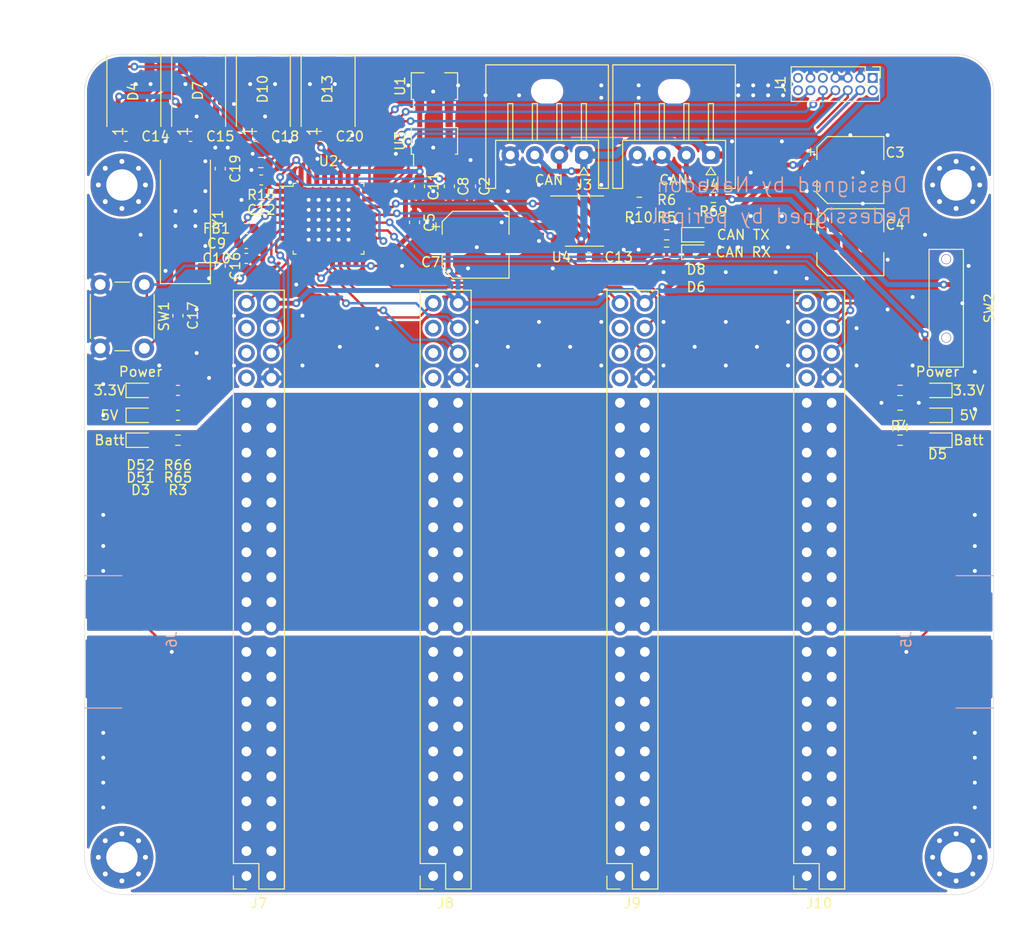
<source format=kicad_pcb>
(kicad_pcb (version 20211014) (generator pcbnew)
  (layers (0 "F.Cu" signal) (31 "B.Cu" signal) (34 "B.Paste" user) (35 "F.Paste" user) (36 "B.SilkS" user "B.Silkscreen") (37 "F.SilkS" user "F.Silkscreen") (38 "B.Mask" user) (39 "F.Mask" user) (44 "Edge.Cuts" user))
  (net 0 "")
  (net 1 "GND")
  (net 2 "+5V")
  (net 3 "+3V3")
  (net 4 "XTAL2")
  (net 5 "RST")
  (net 6 "XTAL1")
  (net 7 "Net-(D1-Pad2)")
  (net 8 "Net-(D2-Pad2)")
  (net 9 "NeoPixel")
  (net 10 "Net-(D4-Pad2)")
  (net 11 "Net-(D10-Pad4)")
  (net 12 "Net-(D10-Pad2)")
  (net 13 "Net-(D13-Pad2)")
  (net 14 "+3.3VA")
  (net 15 "Net-(J1-Pad1)")
  (net 16 "Net-(J1-Pad2)")
  (net 17 "SWDIO")
  (net 18 "SWCLK")
  (net 19 "SWO")
  (net 20 "Net-(J1-Pad9)")
  (net 21 "TDI")
  (net 22 "TRST")
  (net 23 "Net-(J1-Pad13)")
  (net 24 "Net-(J1-Pad14)")
  (net 25 "CANH")
  (net 26 "CANL")
  (net 27 "CANRX")
  (net 28 "CANTX")
  (net 29 "CW_M1")
  (net 30 "CCW_M1")
  (net 31 "SD_M1")
  (net 32 "Net-(R10-Pad1)")
  (net 33 "CW_M2")
  (net 34 "CCW_M2")
  (net 35 "SD_M2")
  (net 36 "CW_M3")
  (net 37 "BOOT0")
  (net 38 "CCW_M3")
  (net 39 "SD_M3")
  (net 40 "CW_M4")
  (net 41 "CCW_M4")
  (net 42 "SD_M4")
  (net 43 "Net-(U2-Pad28)")
  (net 44 "Net-(U2-Pad29)")
  (net 45 "Net-(U2-Pad30)")
  (net 46 "Net-(U4-Pad5)")
  (net 47 "Net-(D51-Pad2)")
  (net 48 "Net-(D52-Pad2)")
  (net 49 "Net-(R69-Pad1)")
  (net 50 "Net-(SW2-Pad2)")
  (net 51 "Net-(SW2-Pad4)")
  (net 52 "GNDA")
  (net 53 "+BATT")
  (net 54 "Net-(J7-Pad45)")
  (net 55 "Net-(J7-Pad43)")
  (net 56 "Net-(J7-Pad41)")
  (net 57 "Net-(J8-Pad45)")
  (net 58 "Net-(J8-Pad43)")
  (net 59 "Net-(J8-Pad41)")
  (net 60 "Net-(J9-Pad45)")
  (net 61 "Net-(J9-Pad43)")
  (net 62 "Net-(J9-Pad41)")
  (net 63 "Net-(J10-Pad45)")
  (net 64 "Net-(J10-Pad43)")
  (net 65 "Net-(J10-Pad41)")
  (net 66 "Net-(D3-Pad2)")
  (net 67 "Net-(D5-Pad2)")
  (net 68 "Net-(D6-Pad1)")
  (net 69 "Net-(D8-Pad1)")
  (net 70 "Net-(H1-Pad1)")
  (net 71 "Net-(H2-Pad1)")
  (net 72 "Net-(H3-Pad1)")
  (net 73 "Net-(H4-Pad1)")
  (footprint "Capacitor_SMD:CP_Elec_6.3x5.2" (layer "F.Cu") (at 111.131 35.941)
    (fp_text reference "C3")
    (fp_text value "47u")
  )
  (footprint "Capacitor_SMD:CP_Elec_6.3x5.2" (layer "F.Cu") (at 111.131 43.307)
    (fp_text reference "C4")
    (fp_text value "47u")
  )
  (footprint "Capacitor_SMD:C_0603_1608Metric" (layer "F.Cu") (at 66.675 41.275 90)
    (fp_text reference "C5")
    (fp_text value "0.1u")
  )
  (footprint "Capacitor_SMD:CP_Elec_6.3x5.2" (layer "F.Cu") (at 72.904 43.561)
    (fp_text reference "C7")
    (fp_text value "47u")
  )
  (footprint "Capacitor_SMD:C_0603_1608Metric" (layer "F.Cu") (at 49.517 43.434)
    (fp_text reference "C9")
    (fp_text value "0.1u")
  )
  (footprint "Capacitor_SMD:C_0603_1608Metric" (layer "F.Cu") (at 49.517 44.958)
    (fp_text reference "C10")
    (fp_text value "0.1u")
  )
  (footprint "Capacitor_SMD:C_0603_1608Metric" (layer "F.Cu") (at 51.041 36.957 180)
    (fp_text reference "C12")
    (fp_text value "0.1u")
  )
  (footprint "Capacitor_SMD:C_0603_1608Metric" (layer "F.Cu") (at 37.224 32.512)
    (fp_text reference "C14")
    (fp_text value "0.1u")
  )
  (footprint "Capacitor_SMD:C_0603_1608Metric" (layer "F.Cu") (at 43.828 32.512)
    (fp_text reference "C15")
    (fp_text value "0.1u")
  )
  (footprint "Capacitor_SMD:C_0603_1608Metric" (layer "F.Cu") (at 46.863 45.733 -90)
    (fp_text reference "C16")
    (fp_text value "22p")
  )
  (footprint "Capacitor_SMD:C_0603_1608Metric" (layer "F.Cu") (at 42.545 50.8 90)
    (fp_text reference "C17")
    (fp_text value "0.1u")
  )
  (footprint "Capacitor_SMD:C_0603_1608Metric" (layer "F.Cu") (at 50.432 32.512)
    (fp_text reference "C18")
    (fp_text value "0.1u")
  )
  (footprint "Capacitor_SMD:C_0603_1608Metric" (layer "F.Cu") (at 46.863 35.801 90)
    (fp_text reference "C19")
    (fp_text value "22p")
  )
  (footprint "Capacitor_SMD:C_0603_1608Metric" (layer "F.Cu") (at 57.036 32.512)
    (fp_text reference "C20")
    (fp_text value "0.1u")
  )
  (footprint "LED_SMD:LED_0603_1608Metric" (layer "F.Cu") (at 120.015 60.96 180)
    (fp_text reference "D1" hide)
    (fp_text value "LED")
  )
  (footprint "LED_SMD:LED_0603_1608Metric" (layer "F.Cu") (at 120.015 58.42 180)
    (fp_text reference "D2" hide)
    (fp_text value "LED")
  )
  (footprint "LED_SMD:LED_WS2812B_PLCC4_5.0x5.0mm_P3.2mm" (layer "F.Cu") (at 38.049 27.85 90)
    (fp_text reference "D4")
    (fp_text value "WS2812B")
  )
  (footprint "LED_SMD:LED_0603_1608Metric" (layer "F.Cu") (at 95.4025 44.323)
    (fp_text reference "D6")
    (fp_text value "LED")
  )
  (footprint "LED_SMD:LED_WS2812B_PLCC4_5.0x5.0mm_P3.2mm" (layer "F.Cu") (at 44.653 27.85 90)
    (fp_text reference "D7")
    (fp_text value "WS2812B")
  )
  (footprint "LED_SMD:LED_0603_1608Metric" (layer "F.Cu") (at 95.4025 42.545)
    (fp_text reference "D8")
    (fp_text value "LED")
  )
  (footprint "LED_SMD:LED_WS2812B_PLCC4_5.0x5.0mm_P3.2mm" (layer "F.Cu") (at 51.257 27.85 90)
    (fp_text reference "D10")
    (fp_text value "WS2812B")
  )
  (footprint "LED_SMD:LED_WS2812B_PLCC4_5.0x5.0mm_P3.2mm" (layer "F.Cu") (at 57.861 27.85 90)
    (fp_text reference "D13")
    (fp_text value "WS2812B")
  )
  (footprint "Inductor_SMD:L_0603_1608Metric" (layer "F.Cu") (at 49.5045 41.91)
    (fp_text reference "FB1")
    (fp_text value "600Ω")
  )
  (footprint "Connector_XA:S04B-XASK-1" (layer "F.Cu") (at 83.947 34.417 180)
    (fp_text reference "J3")
    (fp_text value "XA")
  )
  (footprint "Connector_XA:S04B-XASK-1" (layer "F.Cu") (at 96.901 34.417 180)
    (fp_text reference "J4")
    (fp_text value "XA")
  )
  (footprint "Resistor_SMD:R_0603_1608Metric" (layer "F.Cu") (at 116.205 60.96)
    (fp_text reference "R1" hide)
    (fp_text value "10k")
  )
  (footprint "Resistor_SMD:R_0603_1608Metric" (layer "F.Cu") (at 116.205 58.42)
    (fp_text reference "R2" hide)
    (fp_text value "10k")
  )
  (footprint "Resistor_SMD:R_0603_1608Metric" (layer "F.Cu") (at 92.392 44.323)
    (fp_text reference "R5")
    (fp_text value "10k")
  )
  (footprint "Resistor_SMD:R_0603_1608Metric" (layer "F.Cu") (at 92.392 42.545)
    (fp_text reference "R6")
    (fp_text value "10k")
  )
  (footprint "Resistor_SMD:R_0603_1608Metric" (layer "F.Cu") (at 89.598 39.243)
    (fp_text reference "R10")
    (fp_text value "1k")
  )
  (footprint "Resistor_SMD:R_0603_1608Metric" (layer "F.Cu") (at 50.991 35.179 180)
    (fp_text reference "R15")
    (fp_text value "10k")
  )
  (footprint "Button_Switch_THT:SW_PUSH_6mm_H4.3mm" (layer "F.Cu") (at 39.116 47.625 -90)
    (fp_text reference "SW1")
    (fp_text value "RSEST")
  )
  (footprint "Package_QFP:LQFP-32_7x7mm_P0.8mm" (layer "F.Cu") (at 57.906 40.91)
    (fp_text reference "U2")
    (fp_text value "STM32F303K8Tx")
  )
  (footprint "Crystal:Crystal_SMD_HC49-SD" (layer "F.Cu") (at 43.307 40.826 90)
    (fp_text reference "Y1")
    (fp_text value "16MHz")
  )
  (footprint "Connector_PinHeader_1.27mm:PinHeader_2x07_P1.27mm_Vertical" (layer "F.Cu") (at 113.411 26.543 -90)
    (fp_text reference "J1")
    (fp_text value "Conn_02x07_Odd_Even")
  )
  (footprint "Capacitor_SMD:C_0603_1608Metric" (layer "F.Cu") (at 84.455 44.831)
    (fp_text reference "C13")
    (fp_text value "0.1u")
  )
  (footprint "MountingHole:MountingHole_3.2mm_M3_Pad_Via" (layer "F.Cu") (at 36.83 37.465)
    (fp_text reference "H3")
    (fp_text value "MountingHole_Pad")
  )
  (footprint "MountingHole:MountingHole_3.2mm_M3_Pad_Via" (layer "F.Cu") (at 121.92 37.465)
    (fp_text reference "H4")
    (fp_text value "MountingHole_Pad")
  )
  (footprint "Package_SO:SOIC-8_3.9x4.9mm_P1.27mm" (layer "F.Cu") (at 84.012 41.148)
    (fp_text reference "U4")
    (fp_text value "MCP2551-I-SN")
  )
  (footprint "Package_TO_SOT_SMD:SOT-89-3" (layer "F.Cu") (at 68.707 27.686 90)
    (fp_text reference "U1")
    (fp_text value "NJM78L33SU3")
  )
  (footprint "Capacitor_SMD:C_0603_1608Metric" (layer "F.Cu") (at 70.231 37.605 -90)
    (fp_text reference "C8")
    (fp_text value "0.1u")
  )
  (footprint "Capacitor_SMD:C_0603_1608Metric" (layer "F.Cu") (at 67.183 37.605 -90)
    (fp_text reference "C11")
    (fp_text value "0.1u")
  )
  (footprint "Package_TO_SOT_SMD:SOT-89-3" (layer "F.Cu") (at 68.707 33.274 90)
    (fp_text reference "U3")
    (fp_text value "NJM78L33SU3")
  )
  (footprint "LED_SMD:LED_0603_1608Metric" (layer "F.Cu") (at 38.735 60.96)
    (fp_text reference "D51")
    (fp_text value "LED")
  )
  (footprint "LED_SMD:LED_0603_1608Metric" (layer "F.Cu") (at 38.735 58.42)
    (fp_text reference "D52")
    (fp_text value "LED")
  )
  (footprint "Resistor_SMD:R_0603_1608Metric" (layer "F.Cu") (at 42.545 60.96 180)
    (fp_text reference "R65")
    (fp_text value "10k")
  )
  (footprint "Resistor_SMD:R_0603_1608Metric" (layer "F.Cu") (at 42.545 58.42 180)
    (fp_text reference "R66")
    (fp_text value "10k")
  )
  (footprint "Resistor_SMD:R_0603_1608Metric" (layer "F.Cu") (at 97.155 38.735 180)
    (fp_text reference "R69")
    (fp_text value "120")
  )
  (footprint "Robot Club:CL-SB-13A-01" (layer "F.Cu") (at 120.907 50.038 90)
    (fp_text reference "SW2")
    (fp_text value "SW_DP3T")
  )
  (footprint "MountingHole:MountingHole_3.2mm_M3_Pad_Via" (layer "F.Cu") (at 36.83 106.045)
    (fp_text reference "H1")
    (fp_text value "MountingHole_Pad")
  )
  (footprint "MountingHole:MountingHole_3.2mm_M3_Pad_Via" (layer "F.Cu") (at 121.92 106.045)
    (fp_text reference "H2")
    (fp_text value "MountingHole_Pad")
  )
  (footprint "Connector_PinSocket_2.54mm:PinSocket_2x24_P2.54mm_Vertical" (layer "F.Cu") (at 49.53 107.95 180)
    (fp_text reference "J7")
    (fp_text value "Conn_02x24_Odd_Even")
  )
  (footprint "Connector_PinSocket_2.54mm:PinSocket_2x24_P2.54mm_Vertical" (layer "F.Cu") (at 68.58 107.95 180)
    (fp_text reference "J8")
    (fp_text value "Conn_02x24_Odd_Even")
  )
  (footprint "Connector_PinSocket_2.54mm:PinSocket_2x24_P2.54mm_Vertical" (layer "F.Cu") (at 87.63 107.95 180)
    (fp_text reference "J9")
    (fp_text value "Conn_02x24_Odd_Even")
  )
  (footprint "Connector_PinSocket_2.54mm:PinSocket_2x24_P2.54mm_Vertical" (layer "F.Cu") (at 106.68 107.95 180)
    (fp_text reference "J10")
    (fp_text value "Conn_02x24_Odd_Even")
  )
  (footprint "LED_SMD:LED_0603_1608Metric" (layer "F.Cu") (at 38.735 63.5)
    (fp_text reference "D3")
    (fp_text value "LED")
  )
  (footprint "LED_SMD:LED_0603_1608Metric" (layer "F.Cu") (at 120.015 63.5 180)
    (fp_text reference "D5")
    (fp_text value "LED")
  )
  (footprint "Resistor_SMD:R_0603_1608Metric" (layer "F.Cu") (at 42.545 63.5 180)
    (fp_text reference "R3")
    (fp_text value "10k")
  )
  (footprint "Resistor_SMD:R_0603_1608Metric" (layer "F.Cu") (at 116.205 63.5)
    (fp_text reference "R4")
    (fp_text value "10k")
  )
  (footprint "Capacitor_SMD:C_0603_1608Metric" (layer "F.Cu") (at 72.39 37.605 -90)
    (fp_text reference "C2")
    (fp_text value "0.1u")
  )
  (footprint "RobotClub_footprint:T_connecter_male_horizontal" (layer "B.Cu") (at 121.92 83.82)
    (fp_text reference "J5")
    (fp_text value "Conn_01x02_Male")
  )
  (footprint "RobotClub_footprint:T_connecter_female_horizontal" (layer "B.Cu") (at 36.83 83.82 180)
    (fp_text reference "J6")
    (fp_text value "Conn_01x02_Female")
  )
  (gr_line (start 125.73 106.045) (end 125.73 27.94) (layer "Edge.Cuts") (width 0.05))
  (gr_arc (start 125.73 106.045) (mid 124.614077 108.739077) (end 121.92 109.855) (layer "Edge.Cuts") (width 0.05))
  (gr_arc (start 33.02 27.94) (mid 34.135923 25.245923) (end 36.83 24.13) (layer "Edge.Cuts") (width 0.05))
  (gr_line (start 33.02 27.94) (end 33.02 106.045) (layer "Edge.Cuts") (width 0.05))
  (gr_line (start 121.92 24.13) (end 36.83 24.13) (layer "Edge.Cuts") (width 0.05))
  (gr_line (start 36.83 109.855) (end 121.92 109.855) (layer "Edge.Cuts") (width 0.05))
  (gr_arc (start 36.83 109.855) (mid 34.135923 108.739077) (end 33.02 106.045) (layer "Edge.Cuts") (width 0.05))
  (gr_arc (start 121.92 24.13) (mid 124.614077 25.245923) (end 125.73 27.94) (layer "Edge.Cuts") (width 0.05))
  (gr_text "Redessigned by paripal" (at 104.14 40.64) (layer "B.SilkS") (effects (font (size 1.5 1.5)) (justify mirror)))
  (gr_text "Dessigned by Nakadon" (at 104.14 37.465) (layer "B.SilkS") (effects (font (size 1.5 1.5)) (justify mirror)))
  (gr_text "Batt" (at 35.56 63.5) (layer "F.SilkS") (effects (font (size 1 1))))
  (gr_text "3.3V" (at 35.56 58.42) (layer "F.SilkS") (effects (font (size 1 1))))
  (gr_text "5V" (at 35.56 60.96) (layer "F.SilkS") (effects (font (size 1 1))))
  (gr_text "Power" (at 38.735 56.515) (layer "F.SilkS") (effects (font (size 1 1))))
  (gr_text "Power" (at 120.015 56.515) (layer "F.SilkS") (effects (font (size 1 1))))
  (gr_text "CAN TX" (at 100.203 42.545) (layer "F.SilkS") (effects (font (size 1 1))))
  (gr_text "CAN" (at 93.091 36.957) (layer "F.SilkS") (effects (font (size 1 1))))
  (gr_text "CAN" (at 80.391 36.957) (layer "F.SilkS") (effects (font (size 1 1))))
  (gr_text "CAN RX" (at 100.203 44.323) (layer "F.SilkS") (effects (font (size 1 1))))
  (gr_text "Batt" (at 123.19 63.5) (layer "F.SilkS") (effects (font (size 1 1))))
  (gr_text "3.3V" (at 123.19 58.42) (layer "F.SilkS") (effects (font (size 1 1))))
  (gr_text "5V" (at 123.19 60.96) (layer "F.SilkS") (effects (font (size 1 1))))
  (via (at 73.025 55.88) (size 0.8) (drill 0.4) (layers "F.Cu" "B.Cu") (net 1))
  (via (at 57.912 38.989) (size 0.8) (drill 0.4) (layers "F.Cu" "B.Cu") (net 1))
  (via (at 58.928 40.005) (size 0.8) (drill 0.4) (layers "F.Cu" "B.Cu") (net 1))
  (via (at 106.68 46.99) (size 0.8) (drill 0.4) (layers "F.Cu" "B.Cu") (net 1))
  (via (at 58.928 43.053) (size 0.8) (drill 0.4) (layers "F.Cu" "B.Cu") (net 1))
  (via (at 45.339 38.1) (size 0.8) (drill 0.4) (layers "F.Cu" "B.Cu") (net 1))
  (via (at 58.928 42.037) (size 0.8) (drill 0.4) (layers "F.Cu" "B.Cu") (net 1))
  (via (at 122.555 49.53) (size 0.8) (drill 0.4) (layers "F.Cu" "B.Cu") (net 1))
  (via (at 77.343 28.321) (size 0.8) (drill 0.4) (layers "F.Cu" "B.Cu") (net 1))
  (via (at 85.725 27.305) (size 0.8) (drill 0.4) (layers "F.Cu" "B.Cu") (net 1))
  (via (at 49.022 38.989) (size 0.8) (drill 0.4) (layers "F.Cu" "B.Cu") (net 1))
  (via (at 52.451 27.178) (size 0.8) (drill 0.4) (layers "F.Cu" "B.Cu") (net 1))
  (via (at 85.725 51.435) (size 0.8) (drill 0.4) (layers "F.Cu" "B.Cu") (net 1))
  (via (at 76.2 38.1) (size 0.8) (drill 0.4) (layers "F.Cu" "B.Cu") (net 1))
  (via (at 98.425 46.355) (size 0.8) (drill 0.4) (layers "F.Cu" "B.Cu") (net 1))
  (via (at 43.307 27.178) (size 0.8) (drill 0.4) (layers "F.Cu" "B.Cu") (net 1))
  (via (at 101.219 28.321) (size 0.8) (drill 0.4) (layers "F.Cu" "B.Cu") (net 1))
  (via (at 72.39 34.925) (size 0.8) (drill 0.4) (layers "F.Cu" "B.Cu") (net 1))
  (via (at 58.547 27.178) (size 0.8) (drill 0.4) (layers "F.Cu" "B.Cu") (net 1))
  (via (at 55.88 42.037) (size 0.8) (drill 0.4) (layers "F.Cu" "B.Cu") (net 1))
  (via (at 45.339 43.688) (size 0.8) (drill 0.4) (layers "F.Cu" "B.Cu") (net 1))
  (via (at 92.075 55.88) (size 0.8) (drill 0.4) (layers "F.Cu" "B.Cu") (net 1))
  (via (at 123.825 56.515) (size 0.8) (drill 0.4) (layers "F.Cu" "B.Cu") (net 1))
  (via (at 71.12 27.305) (size 0.8) (drill 0.4) (layers "F.Cu" "B.Cu") (net 1))
  (via (at 54.61 47.625) (size 0.8) (drill 0.4) (layers "F.Cu" "B.Cu") (net 1))
  (via (at 58.928 41.021) (size 0.8) (drill 0.4) (layers "F.Cu" "B.Cu") (net 1))
  (via (at 38.227 27.178) (size 0.8) (drill 0.4) (layers "F.Cu" "B.Cu") (net 1))
  (via (at 99.695 43.815) (size 0.8) (drill 0.4) (layers "F.Cu" "B.Cu") (net 1))
  (via (at 34.925 60.96) (size 0.8) (drill 0.4) (layers "F.Cu" "B.Cu") (net 1))
  (via (at 56.896 43.053) (size 0.8) (drill 0.4) (layers "F.Cu" "B.Cu") (net 1))
  (via (at 102.235 43.815) (size 0.8) (drill 0.4) (layers "F.Cu" "B.Cu") (net 1))
  (via (at 58.928 38.989) (size 0.8) (drill 0.4) (layers "F.Cu" "B.Cu") (net 1))
  (via (at 114.935 32.385) (size 0.8) (drill 0.4) (layers "F.Cu" "B.Cu") (net 1))
  (via (at 114.935 45.085) (size 0.8) (drill 0.4) (layers "F.Cu" "B.Cu") (net 1))
  (via (at 65.405 45.72) (size 0.8) (drill 0.4) (layers "F.Cu" "B.Cu") (net 1))
  (via (at 59.944 38.989) (size 0.8) (drill 0.4) (layers "F.Cu" "B.Cu") (net 1))
  (via (at 95.25 53.975) (size 0.8) (drill 0.4) (layers "F.Cu" "B.Cu") (net 1))
  (via (at 79.375 51.435) (size 0.8) (drill 0.4) (layers "F.Cu" "B.Cu") (net 1))
  (via (at 79.375 37.465) (size 0.8) (drill 0.4) (layers "F.Cu" "B.Cu") (net 1))
  (via (at 102.743 28.321) (size 0.8) (drill 0.4) (layers "F.Cu" "B.Cu") (net 1))
  (via (at 101.6 53.975) (size 0.8) (drill 0.4) (layers "F.Cu" "B.Cu") (net 1))
  (via (at 53.975 33.02) (size 0.8) (drill 0.4) (layers "F.Cu" "B.Cu") (net 1))
  (via (at 59.944 40.005) (size 0.8) (drill 0.4) (layers "F.Cu" "B.Cu") (net 1))
  (via (at 100.965 36.195) (size 0.8) (drill 0.4) (layers "F.Cu" "B.Cu") (net 1))
  (via (at 60.325 32.385) (size 0.8) (drill 0.4) (layers "F.Cu" "B.Cu") (net 1))
  (via (at 104.267 28.321) (size 0.8) (drill 0.4) (layers "F.Cu" "B.Cu") (net 1))
  (via (at 114.3 59.69) (size 0.8) (drill 0.4) (layers "F.Cu" "B.Cu") (net 1))
  (via (at 101.219 27.305) (size 0.8) (drill 0.4) (layers "F.Cu" "B.Cu") (net 1))
  (via (at 118.745 42.545) (size 0.8) (drill 0.4) (layers "F.Cu" "B.Cu") (net 1))
  (via (at 111.125 32.385) (size 0.8) (drill 0.4) (layers "F.Cu" "B.Cu") (net 1))
  (via (at 55.245 55.88) (size 0.8) (drill 0.4) (layers "F.Cu" "B.Cu") (net 1))
  (via (at 59.944 42.037) (size 0.8) (drill 0.4) (layers "F.Cu" "B.Cu") (net 1))
  (via (at 41.275 33.02) (size 0.8) (drill 0.4) (layers "F.Cu" "B.Cu") (net 1))
  (via (at 46.355 33.655) (size 0.8) (drill 0.4) (layers "F.Cu" "B.Cu") (net 1))
  (via (at 59.944 43.053) (size 0.8) (drill 0.4) (layers "F.Cu" "B.Cu") (net 1))
  (via (at 117.475 55.88) (size 0.8) (drill 0.4) (layers "F.Cu" "B.Cu") (net 1))
  (via (at 73.025 43.815) (size 0.8) (drill 0.4) (layers "F.Cu" "B.Cu") (net 1))
  (via (at 47.625 33.655) (size 0.8) (drill 0.4) (layers "F.Cu" "B.Cu") (net 1))
  (via (at 99.06 33.02) (size 0.8) (drill 0.4) (layers "F.Cu" "B.Cu") (net 1))
  (via (at 56.896 38.989) (size 0.8) (drill 0.4) (layers "F.Cu" "B.Cu") (net 1))
  (via (at 88.9 41.275) (size 0.8) (drill 0.4) (layers "F.Cu" "B.Cu") (net 1))
  (via (at 99.695 27.305) (size 0.8) (drill 0.4) (layers "F.Cu" "B.Cu") (net 1))
  (via (at 98.425 55.88) (size 0.8) (drill 0.4) (layers "F.Cu" "B.Cu") (net 1))
  (via (at 104.14 40.64) (size 0.8) (drill 0.4) (layers "F.Cu" "B.Cu") (net 1))
  (via (at 92.71 36.83) (size 0.8) (drill 0.4) (layers "F.Cu" "B.Cu") (net 1))
  (via (at 39.751 27.178) (size 0.8) (drill 0.4) (layers "F.Cu" "B.Cu") (net 1))
  (via (at 68.58 27.94) (size 0.8) (drill 0.4) (layers "F.Cu" "B.Cu") (net 1))
  (via (at 56.896 42.037) (size 0.8) (drill 0.4) (layers "F.Cu" "B.Cu") (net 1))
  (via (at 97.79 43.815) (size 0.8) (drill 0.4) (layers "F.Cu" "B.Cu") (net 1))
  (via (at 123.19 45.72) (size 0.8) (drill 0.4) (layers "F.Cu" "B.Cu") (net 1))
  (via (at 40.64 55.88) (size 0.8) (drill 0.4) (layers "F.Cu" "B.Cu") (net 1))
  (via (at 89.535 28.575) (size 0.8) (drill 0.4) (layers "F.Cu" "B.Cu") (net 1))
  (via (at 112.395 39.37) (size 0.8) (drill 0.4) (layers "F.Cu" "B.Cu") (net 1))
  (via (at 42.291 40.132) (size 0.8) (drill 0.4) (layers "F.Cu" "B.Cu") (net 1))
  (via (at 66.04 27.305) (size 0.8) (drill 0.4) (layers "F.Cu" "B.Cu") (net 1))
  (via (at 123.825 60.325) (size 0.8) (drill 0.4) (layers "F.Cu" "B.Cu") (net 1))
  (via (at 64.77 38.1) (size 0.8) (drill 0.4) (layers "F.Cu" "B.Cu") (net 1))
  (via (at 67.945 41.275) (size 0.8) (drill 0.4) (layers "F.Cu" "B.Cu") (net 1))
  (via (at 75.565 41.275) (size 0.8) (drill 0.4) (layers "F.Cu" "B.Cu") (net 1))
  (via (at 48.26 50.8) (size 0.8) (drill 0.4) (layers "F.Cu" "B.Cu") (net 1))
  (via (at 38.735 42.545) (size 0.8) (drill 0.4) (layers "F.Cu" "B.Cu") (net 1))
  (via (at 55.88 40.005) (size 0.8) (drill 0.4) (layers "F.Cu" "B.Cu") (net 1))
  (via (at 57.912 41.021) (size 0.8) (drill 0.4) (layers "F.Cu" "B.Cu") (net 1))
  (via (at 111.76 52.07) (size 0.8) (drill 0.4) (layers "F.Cu" "B.Cu") (net 1))
  (via (at 85.725 55.88) (size 0.8) (drill 0.4) (layers "F.Cu" "B.Cu") (net 1))
  (via (at 56.896 41.021) (size 0.8) (drill 0.4) (layers "F.Cu" "B.Cu") (net 1))
  (via (at 104.14 33.02) (size 0.8) (drill 0.4) (layers "F.Cu" "B.Cu") (net 1))
  (via (at 59.055 53.975) (size 0.8) (drill 0.4) (layers "F.Cu" "B.Cu") (net 1))
  (via (at 44.45 30.48) (size 0.8) (drill 0.4) (layers "F.Cu" "B.Cu") (net 1))
  (via (at 59.944 41.021) (size 0.8) (drill 0.4) (layers "F.Cu" "B.Cu") (net 1))
  (via (at 68.58 38.1) (size 0.8) (drill 0.4) (layers "F.Cu" "B.Cu") (net 1))
  (via (at 114.935 50.165) (size 0.8) (drill 0.4) (layers "F.Cu" "B.Cu") (net 1))
  (via (at 68.58 33.655) (size 0.8) (drill 0.4) (layers "F.Cu" "B.Cu") (net 1))
  (via (at 79.375 43.18) (size 0.8) (drill 0.4) (layers "F.Cu" "B.Cu") (net 1))
  (via (at 104.775 51.435) (size 0.8) (drill 0.4) (layers "F.Cu" "B.Cu") (net 1))
  (via (at 88.011 44.069) (size 0.8) (drill 0.4) (layers "F.Cu" "B.Cu") (net 1))
  (via (at 49.911 27.178) (size 0.8) (drill 0.4) (layers "F.Cu" "B.Cu") (net 1))
  (via (at 42.291 41.656) (size 0.8) (drill 0.4) (layers "F.Cu" "B.Cu") (net 1))
  (via (at 100.965 40.64) (size 0.8) (drill 0.4) (layers "F.Cu" "B.Cu") (net 1))
  (via (at 72.136 45.974) (size 0.8) (drill 0.4) (layers "F.Cu" "B.Cu") (net 1))
  (via (at 102.743 27.305) (size 0.8) (drill 0.4) (layers "F.Cu" "B.Cu") (net 1))
  (via (at 104.267 27.305) (size 0.8) (drill 0.4) (layers "F.Cu" "B.Cu") (net 1))
  (via (at 57.912 40.005) (size 0.8) (drill 0.4) (layers "F.Cu" "B.Cu") (net 1))
  (via (at 73.025 51.435) (size 0.8) (drill 0.4) (layers "F.Cu" "B.Cu") (net 1))
  (via (at 51.435 30.48) (size 0.8) (drill 0.4) (layers "F.Cu" "B.Cu") (net 1))
  (via (at 45.339 35.052) (size 0.8) (drill 0.4) (layers "F.Cu" "B.Cu") (net 1))
  (via (at 44.323 41.656) (size 0.8) (drill 0.4) (layers "F.Cu" "B.Cu") (net 1))
  (via (at 80.772 45.974) (size 0.8) (drill 0.4) (layers "F.Cu" "B.Cu") (net 1))
  (via (at 117.475 48.895) (size 0.8) (drill 0.4) (layers "F.Cu" "B.Cu") (net 1))
  (via (at 56.007 27.178) (size 0.8) (drill 0.4) (layers "F.Cu" "B.Cu") (net 1))
  (via (at 55.245 50.8) (size 0.8) (drill 0.4) (layers "F.Cu" "B.Cu") (net 1))
  (via (at 57.912 43.053) (size 0.8) (drill 0.4) (layers "F.Cu" "B.Cu") (net 1))
  (via (at 106.68 38.1) (size 0.8) (drill 0.4) (layers "F.Cu" "B.Cu") (net 1))
  (via (at 55.88 38.989) (size 0.8) (drill 0.4) (layers "F.Cu" "B.Cu") (net 1))
  (via (at 56.896 40.005) (size 0.8) (drill 0.4) (layers "F.Cu" "B.Cu") (net 1))
  (via (at 85.725 37.465) (size 0.8) (drill 0.4) (layers "F.Cu" "B.Cu") (net 1))
  (via (at 44.45 50.165) (size 0.8) (drill 0.4) (layers "F.Cu" "B.Cu") (net 1))
  (via (at 45.72 46.99) (size 0.8) (drill 0.4) (layers "F.Cu" "B.Cu") (net 1))
  (via (at 53.975 37.211) (size 0.8) (drill 0.4) (layers "F.Cu" "B.Cu") (net 1))
  (via (at 112.395 36.195) (size 0.8) (drill 0.4) (layers "F.Cu" "B.Cu") (net 1))
  (via (at 44.323 40.132) (size 0.8) (drill 0.4) (layers "F.Cu" "B.Cu") (net 1))
  (via (at 92.075 46.355) (size 0.8) (drill 0.4) (layers "F.Cu" "B.Cu") (net 1))
  (via (at 82.55 53.975) (size 0.8) (drill 0.4) (layers "F.Cu" "B.Cu") (net 1))
  (via (at 55.88 41.021) (size 0.8) (drill 0.4) (layers "F.Cu" "B.Cu") (net 1))
  (via (at 92.075 51.435) (size 0.8) (drill 0.4) (layers "F.Cu" "B.Cu") (net 1))
  (via (at 34.925 57.785) (size 0.8) (drill 0.4) (layers "F.Cu" "B.Cu") (net 1))
  (via (at 89.535 44.069) (size 0.8) (drill 0.4) (layers "F.Cu" "B.Cu") (net 1))
  (via (at 44.45 54.61) (size 0.8) (drill 0.4) (layers "F.Cu" "B.Cu") (net 1))
  (via (at 73.914 28.321) (size 0.8) (drill 0.4) (layers "F.Cu" "B.Cu") (net 1))
  (via (at 111.76 55.88) (size 0.8) (drill 0.4) (layers "F.Cu" "B.Cu") (net 1))
  (via (at 55.88 43.053) (size 0.8) (drill 0.4) (layers "F.Cu" "B.Cu") (net 1))
  (via (at 103.505 46.355) (size 0.8) (drill 0.4) (layers "F.Cu" "B.Cu") (net 1))
  (via (at 56.769 34.798) (size 0.8) (drill 0.4) (layers "F.Cu" "B.Cu") (net 1))
  (via (at 98.425 51.435) (size 0.8) (drill 0.4) (layers "F.Cu" "B.Cu") (net 1))
  (via (at 97.155 40.005) (size 0.8) (drill 0.4) (layers "F.Cu" "B.Cu") (net 1))
  (via (at 45.339 27.178) (size 0.8) (drill 0.4) (layers "F.Cu" "B.Cu") (net 1))
  (via (at 64.77 34.29) (size 0.8) (drill 0.4) (layers "F.Cu" "B.Cu") (net 1))
  (via (at 104.775 43.815) (size 0.8) (drill 0.4) (layers "F.Cu" "B.Cu") (net 1))
  (via (at 48.26 55.88) (size 0.8) (drill 0.4) (layers "F.Cu" "B.Cu") (net 1))
  (via (at 79.375 55.88) (size 0.8) (drill 0.4) (layers "F.Cu" "B.Cu") (net 1))
  (via (at 52.705 33.02) (size 0.8) (drill 0.4) (layers "F.Cu" "B.Cu") (net 1))
  (via (at 104.775 55.88) (size 0.8) (drill 0.4) (layers "F.Cu" "B.Cu") (net 1))
  (via (at 89.535 27.305) (size 0.8) (drill 0.4) (layers "F.Cu" "B.Cu") (net 1))
  (via (at 50.165 34.29) (size 0.8) (drill 0.4) (layers "F.Cu" "B.Cu") (net 1))
  (via (at 50.038 35.941) (size 0.8) (drill 0.4) (layers "F.Cu" "B.Cu") (net 1))
  (via (at 41.275 46.228) (size 0.8) (drill 0.4) (layers "F.Cu" "B.Cu") (net 1))
  (via (at 76.2 53.975) (size 0.8) (drill 0.4) (layers "F.Cu" "B.Cu") (net 1))
  (via (at 57.912 42.037) (size 0.8) (drill 0.4) (layers "F.Cu" "B.Cu") (net 1))
  (via (at 62.865 52.07) (size 0.8) (drill 0.4) (layers "F.Cu" "B.Cu") (net 1))
  (via (at 99.695 28.321) (size 0.8) (drill 0.4) (layers "F.Cu" "B.Cu") (net 1))
  (via (at 48.26 29.21) (size 0.8) (drill 0.4) (layers "F.Cu" "B.Cu") (net 1))
  (via (at 85.725 28.575) (size 0.8) (drill 0.4) (layers "F.Cu" "B.Cu") (net 1))
  (via (at 62.865 55.88) (size 0.8) (drill 0.4) (layers "F.Cu" "B.Cu") (net 1))
  (via (at 93.345 41.275) (size 0.8) (drill 0.4) (layers "F.Cu" "B.Cu") (net 1))
  (via (at 45.72 57.15) (size 0.8) (drill 0.4) (layers "F.Cu" "B.Cu") (net 1))
  (via (at 118.11 59.69) (size 0.8) (drill 0.4) (layers "F.Cu" "B.Cu") (net 1))
  (segment (start 46.99 57.3025) (end 46.99 48.895) (width 0.25) (layer "F.Cu") (net 2))
  (segment (start 116.10501 52.60501) (end 116.10501 60.23499) (width 0.25) (layer "F.Cu") (net 2))
  (segment (start 112.208354 47.184354) (end 112.208354 48.708354) (width 0.25) (layer "F.Cu") (net 2))
  (segment (start 72.39 36.83) (end 72.965 36.83) (width 0.75) (layer "F.Cu") (net 2))
  (segment (start 81.537 41.783) (end 82.512 41.783) (width 0.75) (layer "F.Cu") (net 2))
  (segment (start 77.827338 41.692338) (end 81.446338 41.692338) (width 0.75) (layer "F.Cu") (net 2))
  (segment (start 70.207 36.806) (end 70.231 36.83) (width 0.75) (layer "F.Cu") (net 2))
  (segment (start 70.231 36.83) (end 69.215 36.83) (width 0.25) (layer "F.Cu") (net 2))
  (segment (start 82.512 41.783) (end 83.68 42.951) (width 0.75) (layer "F.Cu") (net 2))
  (segment (start 83.68 44.831) (end 83.68 42.951) (width 0.75) (layer "F.Cu") (net 2))
  (segment (start 70.207 34.924) (end 70.207 36.806) (width 0.75) (layer "F.Cu") (net 2))
  (segment (start 52.967247 36.567753) (end 54.61 34.925) (width 0.25) (layer "F.Cu") (net 2))
  (segment (start 112.208354 48.708354) (end 116.10501 52.60501) (width 0.25) (layer "F.Cu") (net 2))
  (segment (start 115.824431 60.515569) (end 115.38 60.96) (width 0.25) (layer "F.Cu") (net 2))
  (segment (start 108.331 43.307) (end 112.208354 47.184354) (width 0.25) (layer "F.Cu") (net 2))
  (segment (start 106.807 34.417) (end 108.331 35.941) (width 0.75) (layer "F.Cu") (net 2))
  (segment (start 96.901 34.417) (end 106.807 34.417) (width 0.75) (layer "F.Cu") (net 2))
  (segment (start 43.3325 60.96) (end 46.99 57.3025) (width 0.25) (layer "F.Cu") (net 2))
  (segment (start 70.231 36.83) (end 72.39 36.83) (width 0.75) (layer "F.Cu") (net 2))
  (segment (start 46.99 48.895) (end 48.895 46.99) (width 0.25) (layer "F.Cu") (net 2))
  (segment (start 70.207 34.924) (end 70.207 29.336) (width 0.75) (layer "F.Cu") (net 2))
  (segment (start 81.446338 41.692338) (end 81.537 41.783) (width 0.75) (layer "F.Cu") (net 2))
  (segment (start 116.10501 60.23499) (end 115.824431 60.515569) (width 0.25) (layer "F.Cu") (net 2))
  (segment (start 72.965 36.83) (end 77.827338 41.692338) (width 0.75) (layer "F.Cu") (net 2))
  (segment (start 52.967247 36.663036) (end 52.967247 36.567753) (width 0.25) (layer "F.Cu") (net 2))
  (segment (start 108.331 43.307) (end 108.331 35.941) (width 0.75) (layer "F.Cu") (net 2))
  (via (at 48.895 46.99) (size 0.8) (drill 0.4) (layers "F.Cu" "B.Cu") (net 2))
  (via (at 83.68 42.951) (size 0.8) (drill 0.4) (layers "F.Cu" "B.Cu") (net 2))
  (via (at 69.215 36.83) (size 0.8) (drill 0.4) (layers "F.Cu" "B.Cu") (net 2))
  (via (at 52.967247 36.663036) (size 0.8) (drill 0.4) (layers "F.Cu" "B.Cu") (net 2))
  (via (at 54.61 34.925) (size 0.8) (drill 0.4) (layers "F.Cu" "B.Cu") (net 2))
  (segment (start 92.912035 32.941999) (end 88.697965 32.941999) (width 0.75) (layer "B.Cu") (net 2))
  (segment (start 95.425999 32.941999) (end 93.777965 32.941999) (width 0.75) (layer "B.Cu") (net 2))
  (segment (start 83.947 34.417) (end 83.947 42.684) (width 0.75) (layer "B.Cu") (net 2))
  (segment (start 96.901 34.417) (end 95.425999 32.941999) (width 0.75) (layer "B.Cu") (net 2))
  (segment (start 54.61 34.925) (end 56.515 36.83) (width 0.25) (layer "B.Cu") (net 2))
  (segment (start 93.777965 32.941999) (end 93.634954 33.08501) (width 0.75) (layer "B.Cu") (net 2))
  (segment (start 48.895 46.99) (end 52.967247 42.917753) (width 0.25) (layer "B.Cu") (net 2))
  (segment (start 84.947 34.417) (end 83.947 34.417) (width 0.75) (layer "B.Cu") (net 2))
  (segment (start 87.222964 34.417) (end 84.947 34.417) (width 0.75) (layer "B.Cu") (net 2))
  (segment (start 93.055046 33.08501) (end 92.912035 32.941999) (width 0.75) (layer "B.Cu") (net 2))
  (segment (start 93.634954 33.08501) (end 93.055046 33.08501) (width 0.75) (layer "B.Cu") (net 2))
  (segment (start 56.515 36.83) (end 69.215 36.83) (width 0.25) (layer "B.Cu") (net 2))
  (segment (start 83.947 42.684) (end 83.68 42.951) (width 0.75) (layer "B.Cu") (net 2))
  (segment (start 88.697965 32.941999) (end 87.222964 34.417) (width 0.75) (layer "B.Cu") (net 2))
  (segment (start 52.967247 42.917753) (end 52.967247 36.663036) (width 0.25) (layer "B.Cu") (net 2))
  (segment (start 43.053 30.3) (end 43.053 32.512) (width 0.5) (layer "F.Cu") (net 3))
  (segment (start 57.15 33.655) (end 57.15 33.401) (width 0.5) (layer "F.Cu") (net 3))
  (segment (start 64.69429 44.03071) (end 62.40171 44.03071) (width 0.5) (layer "F.Cu") (net 3))
  (segment (start 55.33599 31.58699) (end 50.58201 31.58699) (width 0.5) (layer "F.Cu") (net 3))
  (segment (start 50.58201 31.58699) (end 49.657 32.512) (width 0.5) (layer "F.Cu") (net 3))
  (segment (start 70.104 46.172127) (end 70.182544 46.250671) (width 0.5) (layer "F.Cu") (net 3))
  (segment (start 36.449 32.512) (end 36.16399 32.79701) (width 0.5) (layer "F.Cu") (net 3))
  (segment (start 67.207 34.924) (end 67.207 36.092) (width 0.5) (layer "F.Cu") (net 3))
  (segment (start 43.97801 31.58699) (end 43.053 32.512) (width 0.5) (layer "F.Cu") (net 3))
  (segment (start 65.74999 38.26301) (end 66.716306 37.296694) (width 0.5) (layer "F.Cu") (net 3))
  (segment (start 109.22 49.53) (end 111.76 49.53) (width 0.25) (layer "F.Cu") (net 3))
  (segment (start 43.053 30.3) (end 43.053 29.718) (width 0.5) (layer "F.Cu") (net 3))
  (segment (start 36.449 30.3) (end 36.449 28.548001) (width 0.5) (layer "F.Cu") (net 3))
  (segment (start 70.104 43.561) (end 70.104 46.172127) (width 0.5) (layer "F.Cu") (net 3))
  (segment (start 48.717 41.91) (end 48.734158 41.91) (width 0.25) (layer "F.Cu") (net 3))
  (segment (start 48.734158 41.91) (end 49.736577 40.907581) (width 0.25) (layer "F.Cu") (net 3))
  (segment (start 49.657 30.3) (end 49.657 32.512) (width 0.5) (layer "F.Cu") (net 3))
  (segment (start 66.675 42.05) (end 64.69429 44.03071) (width 0.5) (layer "F.Cu") (net 3))
  (segment (start 92.634153 47.878847) (end 92.502803 47.878847) (width 0.5) (layer "F.Cu") (net 3))
  (segment (start 49.98939 38.11) (end 48.895 37.01561) (width 0.5) (layer "F.Cu") (net 3))
  (segment (start 52.207 38.11) (end 52.06 38.11) (width 0.5) (layer "F.Cu") (net 3))
  (segment (start 97.166998 42.545) (end 104.278998 35.433) (width 0.5) (layer "F.Cu") (net 3))
  (segment (start 56.261 32.512) (end 55.33599 31.58699) (width 0.5) (layer "F.Cu") (net 3))
  (segment (start 48.742 44.958) (end 48.742 45.881834) (width 0.25) (layer "F.Cu") (net 3))
  (segment (start 36.449 30.3) (end 36.449 32.512) (width 0.5) (layer "F.Cu") (net 3))
  (segment (start 57.15 33.401) (end 56.261 32.512) (width 0.5) (layer "F.Cu") (net 3))
  (segment (start 46.404998 32.512) (end 45.479988 31.58699) (width 0.5) (layer "F.Cu") (net 3))
  (segment (start 115.38 53.15) (end 115.38 58.42) (width 0.25) (layer "F.Cu") (net 3))
  (segment (start 70.104 43.561) (end 68.186 43.561) (width 0.5) (layer "F.Cu") (net 3))
  (segment (start 51.816 36.957) (end 51.816 37.719) (width 0.5) (layer "F.Cu") (net 3))
  (segment (start 67.207 29.336) (end 67.207 34.924) (width 0.5) (layer "F.Cu") (net 3))
  (segment (start 46.355 55.3975) (end 43.3325 58.42) (width 0.25) (layer "F.Cu") (net 3))
  (segment (start 96.19 42.545) (end 97.166998 42.545) (width 0.5) (layer "F.Cu") (net 3))
  (segment (start 111.76 49.53) (end 115.38 53.15) (width 0.25) (layer "F.Cu") (net 3))
  (segment (start 43.053 29.718) (end 42.291 28.956) (width 0.5) (layer "F.Cu") (net 3))
  (segment (start 92.502803 47.878847) (end 91.937118 47.878847) (width 0.5) (layer "F.Cu") (net 3))
  (segment (start 48.742 45.881834) (end 46.355 48.268834) (width 0.25) (layer "F.Cu") (net 3))
  (segment (start 48.895 33.274) (end 49.657 32.512) (width 0.5) (layer "F.Cu") (net 3))
  (segment (start 62.40171 44.03071) (end 62.081 43.71) (width 0.5) (layer "F.Cu") (net 3))
  (segment (start 52.207 38.11) (end 51.816 37.719) (width 0.5) (layer "F.Cu") (net 3))
  (segment (start 65.74999 41.12499) (end 65.74999 38.26301) (width 0.5) (layer "F.Cu") (net 3))
  (segment (start 48.895 37.01561) (end 48.895 33.274) (width 0.5) (layer "F.Cu") (net 3))
  (segment (start 66.675 42.05) (end 65.74999 41.12499) (width 0.5) (layer "F.Cu") (net 3))
  (segment (start 54.61 49.53) (end 52.07 49.53) (width 0.5) (layer "F.Cu") (net 3))
  (segment (start 48.742 44.958) (end 48.742 41.935) (width 0.25) (layer "F.Cu") (net 3))
  (segment (start 96.19 42.545) (end 96.19 44.323) (width 0.5) (layer "F.Cu") (net 3))
  (segment (start 68.186 43.561) (end 66.675 42.05) (width 0.5) (layer "F.Cu") (net 3))
  (segment (start 52.06 38.11) (end 49.98939 38.11) (width 0.5) (layer "F.Cu") (net 3))
  (segment (start 66.716306 37.296694) (end 67.183 36.83) (width 0.5) (layer "F.Cu") (net 3))
  (segment (start 67.207 36.092) (end 67.207 36.806) (width 0.5) (layer "F.Cu") (net 3))
  (segment (start 96.19 44.323) (end 92.634153 47.878847) (width 0.5) (layer "F.Cu") (net 3))
  (segment (start 46.355 48.268834) (end 46.355 55.3975) (width 0.25) (layer "F.Cu") (net 3))
  (segment (start 36.449 28.548001) (end 36.549001 28.448) (width 0.5) (layer "F.Cu") (net 3))
  (segment (start 67.207 36.806) (end 67.183 36.83) (width 0.5) (layer "F.Cu") (net 3))
  (segment (start 56.261 30.3) (end 56.261 32.512) (width 0.5) (layer "F.Cu") (net 3))
  (segment (start 49.657 32.512) (end 46.404998 32.512) (width 0.5) (layer "F.Cu") (net 3))
  (segment (start 104.278998 35.433) (end 105.283 35.433) (width 0.5) (layer "F.Cu") (net 3))
  (segment (start 53.731 38.11) (end 52.207 38.11) (width 0.5) (layer "F.Cu") (net 3))
  (segment (start 48.742 41.935) (end 48.717 41.91) (width 0.25) (layer "F.Cu") (net 3))
  (segment (start 45.479988 31.58699) (end 43.97801 31.58699) (width 0.5) (layer "F.Cu") (net 3))
  (via (at 57.15 33.655) (size 0.8) (drill 0.4) (layers "F.Cu" "B.Cu") (net 3))
  (via (at 91.937118 47.878847) (size 0.8) (drill 0.4) (layers "F.Cu" "B.Cu") (net 3))
  (via (at 52.06 38.11) (size 0.8) (drill 0.4) (layers "F.Cu" "B.Cu") (net 3))
  (via (at 105.283 35.433) (size 0.8) (drill 0.4) (layers "F.Cu" "B.Cu") (net 3))
  (via (at 36.549001 28.448) (size 0.8) (drill 0.4) (layers "F.Cu" "B.Cu") (net 3))
  (via (at 54.61 49.53) (size 0.8) (drill 0.4) (layers "F.Cu" "B.Cu") (net 3))
  (via (at 49.657 40.767) (size 0.8) (drill 0.4) (layers "F.Cu" "B.Cu") (net 3))
  (via (at 70.182544 46.250671) (size 0.8) (drill 0.4) (layers "F.Cu" "B.Cu") (net 3))
  (via (at 42.291 28.956) (size 0.8) (drill 0.4) (layers "F.Cu" "B.Cu") (net 3))
  (via (at 67.207 36.092) (size 0.8) (drill 0.4) (layers "F.Cu" "B.Cu") (net 3))
  (segment (start 67.207 36.092) (end 59.587 36.092) (width 0.5) (layer "B.Cu") (net 3))
  (segment (start 91.019999 48.680001) (end 90.17 49.53) (width 0.5) (layer "B.Cu") (net 3))
  (segment (start 70.582543 46.65067) (end 70.182544 46.250671) (width 0.5) (layer "B.Cu") (net 3))
  (segment (start 92.337117 48.278846) (end 91.937118 47.878847) (width 0.5) (layer "B.Cu") (net 3))
  (segment (start 107.919999 48.229999) (end 93.375001 48.229999) (width 0.5) (layer "B.Cu") (net 3))
  (segment (start 105.283 35.433) (end 105.848685 35.433) (width 0.5) (layer "B.Cu") (net 3))
  (segment (start 71.12 47.188127) (end 70.582543 46.65067) (width 0.5) (layer "B.Cu") (net 3))
  (segment (start 112.518684 28.763001) (end 113.867001 28.763001) (width 0.5) (layer "B.Cu") (net 3))
  (segment (start 86.569599 48.229999) (end 88.869999 48.229999) (width 0.5) (layer "B.Cu") (net 3))
  (segment (start 93.375001 48.229999) (end 93.326154 48.278846) (width 0.5) (layer "B.Cu") (net 3))
  (segment (start 112.383895 25.592999) (end 112.141 25.835894) (width 0.5) (layer "B.Cu") (net 3))
  (segment (start 93.375001 48.229999) (end 91.470001 48.229999) (width 0.5) (layer "B.Cu") (net 3))
  (segment (start 105.848685 35.433) (end 112.518684 28.763001) (width 0.5) (layer "B.Cu") (net 3))
  (segment (start 93.326154 48.278846) (end 92.337117 48.278846) (width 0.5) (layer "B.Cu") (net 3))
  (segment (start 114.361001 25.682999) (end 114.271001 25.592999) (width 0.5) (layer "B.Cu") (net 3))
  (segment (start 71.12 49.53) (end 69.819999 48.229999) (width 0.5) (layer "B.Cu") (net 3))
  (segment (start 49.736577 40.907581) (end 52.06 38.584158) (width 0.25) (layer "B.Cu") (net 3))
  (segment (start 71.12 49.53) (end 85.269598 49.53) (width 0.5) (layer "B.Cu") (net 3))
  (segment (start 69.819999 48.229999) (end 55.910001 48.229999) (width 0.5) (layer "B.Cu") (net 3))
  (segment (start 41.783 28.448) (end 36.549001 28.448) (width 0.5) (layer "B.Cu") (net 3))
  (segment (start 113.867001 28.763001) (end 114.361001 28.269001) (width 0.5) (layer "B.Cu") (net 3))
  (segment (start 89.320001 48.680001) (end 90.17 49.53) (width 0.5) (layer "B.Cu") (net 3))
  (segment (start 85.269598 49.53) (end 86.569599 48.229999) (width 0.5) (layer "B.Cu") (net 3))
  (segment (start 59.587 36.092) (end 57.15 33.655) (width 0.5) (layer "B.Cu") (net 3))
  (segment (start 55.910001 48.229999) (end 54.61 49.53) (width 0.5) (layer "B.Cu") (net 3))
  (segment (start 109.22 49.53) (end 107.919999 48.229999) (width 0.5) (layer "B.Cu") (net 3))
  (segment (start 91.470001 48.229999) (end 91.019999 48.680001) (width 0.5) (layer "B.Cu") (net 3))
  (segment (start 112.141 25.835894) (end 112.141 26.543) (width 0.5) (layer "B.Cu") (net 3))
  (segment (start 52.06 38.584158) (end 52.06 38.11) (width 0.25) (layer "B.Cu") (net 3))
  (segment (start 71.12 49.53) (end 71.12 47.188127) (width 0.5) (layer "B.Cu") (net 3))
  (segment (start 114.361001 28.269001) (end 114.361001 25.682999) (width 0.5) (layer "B.Cu") (net 3))
  (segment (start 42.291 28.956) (end 41.783 28.448) (width 0.5) (layer "B.Cu") (net 3))
  (segment (start 114.271001 25.592999) (end 112.383895 25.592999) (width 0.5) (layer "B.Cu") (net 3))
  (segment (start 88.869999 48.229999) (end 89.320001 48.680001) (width 0.5) (layer "B.Cu") (net 3))
  (segment (start 46.863 44.408) (end 46.863 44.958) (width 0.25) (layer "F.Cu") (net 4))
  (segment (start 49.374002 39.71) (end 46.863 42.221002) (width 0.25) (layer "F.Cu") (net 4))
  (segment (start 46.863 42.221002) (end 46.863 44.408) (width 0.25) (layer "F.Cu") (net 4))
  (segment (start 53.731 39.71) (end 49.374002 39.71) (width 0.25) (layer "F.Cu") (net 4))
  (segment (start 46.745 45.076) (end 46.863 44.958) (width 0.25) (layer "F.Cu") (net 4))
  (segment (start 43.307 45.076) (end 46.745 45.076) (width 0.25) (layer "F.Cu") (net 4))
  (segment (start 53.731 40.51) (end 51.565 40.51) (width 0.25) (layer "F.Cu") (net 5))
  (segment (start 39.37 54.125) (end 41.92 51.575) (width 0.25) (layer "F.Cu") (net 5))
  (segment (start 39.37 49.039213) (end 39.37 47.625) (width 0.25) (layer "F.Cu") (net 5))
  (segment (start 51.565 40.51) (end 51.435 40.64) (width 0.25) (layer "F.Cu") (net 5))
  (segment (start 42.545 51.575) (end 41.905787 51.575) (width 0.25) (layer "F.Cu") (net 5))
  (segment (start 41.905787 51.575) (end 39.37 49.039213) (width 0.25) (layer "F.Cu") (net 5))
  (segment (start 41.92 51.575) (end 42.545 51.575) (width 0.25) (layer "F.Cu") (net 5))
  (via (at 51.435 40.64) (size 0.8) (drill 0.4) (layers "F.Cu" "B.Cu") (net 5))
  (segment (start 51.435 40.64) (end 46.355 45.72) (width 0.25) (layer "B.Cu") (net 5))
  (segment (start 46.355 45.72) (end 43.18 45.72) (width 0.25) (layer "B.Cu") (net 5))
  (segment (start 41.275 47.625) (end 39.37 47.625) (width 0.25) (layer "B.Cu") (net 5))
  (segment (start 43.18 45.72) (end 41.275 47.625) (width 0.25) (layer "B.Cu") (net 5))
  (segment (start 47.642202 36.576) (end 47.438 36.576) (width 0.25) (layer "F.Cu") (net 6))
  (segment (start 49.976202 38.91) (end 47.642202 36.576) (width 0.25) (layer "F.Cu") (net 6))
  (segment (start 53.731 38.91) (end 49.976202 38.91) (width 0.25) (layer "F.Cu") (net 6))
  (segment (start 43.307 36.576) (end 46.863 36.576) (width 0.25) (layer "F.Cu") (net 6))
  (segment (start 47.438 36.576) (end 46.863 36.576) (width 0.25) (layer "F.Cu") (net 6))
  (segment (start 117.03 60.96) (end 119.2275 60.96) (width 0.25) (layer "F.Cu") (net 7))
  (segment (start 119.2275 58.42) (end 117.03 58.42) (width 0.25) (layer "F.Cu") (net 8))
  (segment (start 36.449 25.4) (end 38.1 25.4) (width 0.25) (layer "F.Cu") (net 9))
  (segment (start 63.23 42.91) (end 62.081 42.91) (width 0.25) (layer "F.Cu") (net 9))
  (segment (start 63.5 43.18) (end 63.23 42.91) (width 0.25) (layer "F.Cu") (net 9))
  (via (at 63.5 43.18) (size 0.8) (drill 0.4) (layers "F.Cu" "B.Cu") (net 9))
  (via (at 38.1 25.4) (size 0.8) (drill 0.4) (layers "F.Cu" "B.Cu") (net 9))
  (segment (start 38.1 25.4) (end 42.602002 25.4) (width 0.25) (layer "B.Cu") (net 9))
  (segment (start 42.602002 25.4) (end 44.613999 27.411997) (width 0.25) (layer "B.Cu") (net 9))
  (segment (start 63.100001 40.240001) (end 63.100001 42.780001) (width 0.25) (layer "B.Cu") (net 9))
  (segment (start 55.512429 37.465) (end 60.325 37.465) (width 0.25) (layer "B.Cu") (net 9))
  (segment (start 44.613999 27.411997) (end 44.613999 27.526001) (width 0.25) (layer "B.Cu") (net 9))
  (segment (start 63.100001 42.780001) (end 63.5 43.18) (width 0.25) (layer "B.Cu") (net 9))
  (segment (start 60.325 37.465) (end 63.100001 40.240001) (width 0.25) (layer "B.Cu") (net 9))
  (segment (start 44.613999 27.526001) (end 53.026032 35.938034) (width 0.25) (layer "B.Cu") (net 9))
  (segment (start 53.985463 35.938034) (end 55.512429 37.465) (width 0.25) (layer "B.Cu") (net 9))
  (segment (start 53.026032 35.938034) (end 53.985463 35.938034) (width 0.25) (layer "B.Cu") (net 9))
  (segment (start 39.649 30.3) (end 39.649 28.804) (width 0.25) (layer "F.Cu") (net 10))
  (segment (start 39.649 30.3) (end 39.649 29.82) (width 0.25) (layer "F.Cu") (net 10))
  (segment (start 39.649 28.804) (end 43.053 25.4) (width 0.25) (layer "F.Cu") (net 10))
  (segment (start 46.253 28.804) (end 49.657 25.4) (width 0.25) (layer "F.Cu") (net 11))
  (segment (start 46.253 30.3) (end 46.253 28.804) (width 0.25) (layer "F.Cu") (net 11))
  (segment (start 52.857 28.804) (end 56.261 25.4) (width 0.25) (layer "F.Cu") (net 12))
  (segment (start 52.857 30.3) (end 52.857 28.804) (width 0.25) (layer "F.Cu") (net 12))
  (segment (start 51.238004 41.91) (end 50.8295 41.91) (width 0.25) (layer "F.Cu") (net 14))
  (segment (start 53.731 41.31) (end 51.838004 41.31) (width 0.25) (layer "F.Cu") (net 14))
  (segment (start 51.838004 41.31) (end 51.238004 41.91) (width 0.25) (layer "F.Cu") (net 14))
  (segment (start 50.8295 41.91) (end 50.292 41.91) (width 0.25) (layer "F.Cu") (net 14))
  (segment (start 66.062539 35.778461) (end 66.062539 33.60812) (width 0.25) (layer "F.Cu") (net 17))
  (segment (start 62.081 38.91) (end 62.931 38.91) (width 0.25) (layer "F.Cu") (net 17))
  (segment (start 107.954507 32.073009) (end 112.141 27.886516) (width 0.25) (layer "F.Cu") (net 17))
  (segment (start 62.931 38.91) (end 66.062539 35.778461) (width 0.25) (layer "F.Cu") (net 17))
  (segment (start 112.141 27.886516) (end 112.141 27.813) (width 0.25) (layer "F.Cu") (net 17))
  (segment (start 66.062539 33.60812) (end 66.062539 33.042435) (width 0.25) (layer "F.Cu") (net 17))
  (via (at 66.062539 33.042435) (size 0.8) (drill 0.4) (layers "F.Cu" "B.Cu") (net 17))
  (segment (start 66.462538 32.642436) (end 66.062539 33.042435) (width 0.25) (layer "B.Cu") (net 17))
  (segment (start 112.141 27.813) (end 107.712012 32.241988) (width 0.25) (layer "B.Cu") (net 17))
  (segment (start 66.862986 32.241988) (end 66.462538 32.642436) (width 0.25) (layer "B.Cu") (net 17))
  (segment (start 107.712012 32.241988) (end 66.862986 32.241988) (width 0.25) (layer "B.Cu") (net 17))
  (segment (start 62.081 38.11) (end 62.081 35.609748) (width 0.25) (layer "F.Cu") (net 18))
  (segment (start 62.081 35.609748) (end 64.953779 32.736969) (width 0.25) (layer "F.Cu") (net 18))
  (segment (start 110.871 28.520106) (end 107.768106 31.623) (width 0.25) (layer "F.Cu") (net 18))
  (segment (start 64.953779 32.736969) (end 65.353778 32.33697) (width 0.25) (layer "F.Cu") (net 18))
  (segment (start 110.871 27.813) (end 110.871 28.520106) (width 0.25) (layer "F.Cu") (net 18))
  (via (at 65.353778 32.33697) (size 0.8) (drill 0.4) (layers "F.Cu" "B.Cu") (net 18))
  (segment (start 65.898771 31.791977) (end 65.753777 31.936971) (width 0.25) (layer "B.Cu") (net 18))
  (segment (start 106.892023 31.791977) (end 65.898771 31.791977) (width 0.25) (layer "B.Cu") (net 18))
  (segment (start 65.753777 31.936971) (end 65.353778 32.33697) (width 0.25) (layer "B.Cu") (net 18))
  (segment (start 110.871 27.813) (end 106.892023 31.791977) (width 0.25) (layer "B.Cu") (net 18))
  (segment (start 59.906 35.872443) (end 65.3767 30.401743) (width 0.25) (layer "F.Cu") (net 19))
  (segment (start 59.906 36.735) (end 59.906 35.872443) (width 0.25) (layer "F.Cu") (net 19))
  (segment (start 107.956997 28.638001) (end 108.775999 28.638001) (width 0.25) (layer "F.Cu") (net 19))
  (segment (start 107.349999 29.244999) (end 107.956997 28.638001) (width 0.25) (layer "F.Cu") (net 19))
  (segment (start 108.775999 28.638001) (end 109.601 27.813) (width 0.25) (layer "F.Cu") (net 19))
  (segment (start 65.3767 30.401743) (end 65.776699 30.001744) (width 0.25) (layer "F.Cu") (net 19))
  (via (at 65.776699 30.001744) (size 0.8) (drill 0.4) (layers "F.Cu" "B.Cu") (net 19))
  (via (at 107.349999 29.244999) (size 0.8) (drill 0.4) (layers "F.Cu" "B.Cu") (net 19))
  (segment (start 107.349999 29.244999) (end 106.593254 30.001744) (width 0.25) (layer "B.Cu") (net 19))
  (segment (start 66.342384 30.001744) (end 65.776699 30.001744) (width 0.25) (layer "B.Cu") (net 19))
  (segment (start 106.593254 30.001744) (end 66.342384 30.001744) (width 0.25) (layer "B.Cu") (net 19))
  (segment (start 65.707532 30.957897) (end 61.02671 35.638719) (width 0.25) (layer "F.Cu") (net 21))
  (segment (start 66.273217 30.957897) (end 65.707532 30.957897) (width 0.25) (layer "F.Cu") (net 21))
  (segment (start 61.02671 36.41429) (end 60.706 36.735) (width 0.25) (layer "F.Cu") (net 21))
  (segment (start 61.02671 35.638719) (end 61.02671 36.41429) (width 0.25) (layer "F.Cu") (net 21))
  (via (at 66.273217 30.957897) (size 0.8) (drill 0.4) (layers "F.Cu" "B.Cu") (net 21))
  (segment (start 106.710103 30.957897) (end 66.838902 30.957897) (width 0.25) (layer "B.Cu") (net 21))
  (segment (start 108.331 29.337) (end 108.331 27.813) (width 0.25) (layer "B.Cu") (net 21))
  (segment (start 66.838902 30.957897) (end 66.273217 30.957897) (width 0.25) (layer "B.Cu") (net 21))
  (segment (start 106.807 30.861) (end 108.331 29.337) (width 0.25) (layer "B.Cu") (net 21))
  (segment (start 108.331 29.337) (end 106.710103 30.957897) (width 0.25) (layer "B.Cu") (net 21))
  (segment (start 59.106 35.320143) (end 64.271154 30.154989) (width 0.25) (layer "F.Cu") (net 22))
  (segment (start 59.106 35.763) (end 59.106 36.735) (width 0.25) (layer "F.Cu") (net 22))
  (segment (start 64.271154 30.154989) (end 64.671153 29.75499) (width 0.25) (layer "F.Cu") (net 22))
  (segment (start 59.106 35.763) (end 59.106 35.320143) (width 0.25) (layer "F.Cu") (net 22))
  (via (at 64.671153 29.75499) (size 0.8) (drill 0.4) (layers "F.Cu" "B.Cu") (net 22))
  (segment (start 65.071152 29.354991) (end 64.671153 29.75499) (width 0.25) (layer "B.Cu") (net 22))
  (segment (start 65.1494 29.276743) (end 65.071152 29.354991) (width 0.25) (layer "B.Cu") (net 22))
  (segment (start 105.573999 29.300001) (end 66.147958 29.300001) (width 0.25) (layer "B.Cu") (net 22))
  (segment (start 66.147958 29.300001) (end 66.1247 29.276743) (width 0.25) (layer "B.Cu") (net 22))
  (segment (start 107.061 27.813) (end 105.573999 29.300001) (width 0.25) (layer "B.Cu") (net 22))
  (segment (start 66.1247 29.276743) (end 65.1494 29.276743) (width 0.25) (layer "B.Cu") (net 22))
  (segment (start 93.501001 33.517001) (end 94.401 34.417) (width 0.5) (layer "F.Cu") (net 25))
  (segment (start 85.562746 40.14229) (end 86.11629 40.14229) (width 0.5) (layer "F.Cu") (net 25))
  (segment (start 94.401 34.417) (end 94.401 37.251) (width 0.5) (layer "F.Cu") (net 25))
  (segment (start 86.11629 40.14229) (end 86.487 40.513) (width 0.5) (layer "F.Cu") (net 25))
  (segment (start 94.401 37.251) (end 95.885 38.735) (width 0.5) (layer "F.Cu") (net 25))
  (segment (start 81.447 36.026544) (end 85.562746 40.14229) (width 0.5) (layer "F.Cu") (net 25))
  (segment (start 81.447 34.417) (end 81.447 36.026544) (width 0.5) (layer "F.Cu") (net 25))
  (segment (start 95.885 38.735) (end 96.33 38.735) (width 0.5) (layer "F.Cu") (net 25))
  (segment (start 93.050999 33.066999) (end 93.501001 33.517001) (width 0.5) (layer "F.Cu") (net 25))
  (segment (start 81.447 34.417) (end 82.797001 33.066999) (width 0.5) (layer "F.Cu") (net 25))
  (segment (start 82.797001 33.066999) (end 93.050999 33.066999) (width 0.5) (layer "F.Cu") (net 25))
  (segment (start 120.65 47.625) (end 121.894 47.625) (width 0.5) (layer "F.Cu") (net 26))
  (segment (start 78.947 34.417) (end 79.846999 35.316999) (width 0.5) (layer "F.Cu") (net 26))
  (segment (start 91.901 34.417) (end 90.256776 36.061224) (width 0.5) (layer "F.Cu") (net 26))
  (segment (start 79.846999 35.316999) (end 79.846999 35.696543) (width 0.5) (layer "F.Cu") (net 26))
  (segment (start 85.562746 41.41229) (end 86.11629 41.41229) (width 0.5) (layer "F.Cu") (net 26))
  (segment (start 121.894 47.625) (end 122.307 48.038) (width 0.5) (layer "F.Cu") (net 26))
  (segment (start 79.846999 35.696543) (end 85.562746 41.41229) (width 0.5) (layer "F.Cu") (net 26))
  (segment (start 90.256776 36.061224) (end 83.249461 36.061224) (width 0.5) (layer "F.Cu") (net 26))
  (segment (start 86.11629 41.41229) (end 86.487 41.783) (width 0.5) (layer "F.Cu") (net 26))
  (segment (start 83.249461 36.061224) (end 82.683776 36.061224) (width 0.5) (layer "F.Cu") (net 26))
  (via (at 120.65 47.625) (size 0.8) (drill 0.4) (layers "F.Cu" "B.Cu") (net 26))
  (via (at 82.683776 36.061224) (size 0.8) (drill 0.4) (layers "F.Cu" "B.Cu") (net 26))
  (segment (start 95.584 38.1) (end 105.41 38.1) (width 0.5) (layer "B.Cu") (net 26))
  (segment (start 80.591224 36.061224) (end 82.118091 36.061224) (width 0.5) (layer "B.Cu") (net 26))
  (segment (start 105.41 38.1) (end 114.935 47.625) (width 0.5) (layer "B.Cu") (net 26))
  (segment (start 91.901 34.417) (end 95.584 38.1) (width 0.5) (layer "B.Cu") (net 26))
  (segment (start 82.118091 36.061224) (end 82.683776 36.061224) (width 0.5) (layer "B.Cu") (net 26))
  (segment (start 78.947 34.417) (end 80.591224 36.061224) (width 0.5) (layer "B.Cu") (net 26))
  (segment (start 114.935 47.625) (end 120.65 47.625) (width 0.5) (layer "B.Cu") (net 26))
  (segment (start 81.088345 42.66734) (end 80.52266 42.66734) (width 0.25) (layer "F.Cu") (net 27))
  (segment (start 64.726311 40.51) (end 64.871459 40.364852) (width 0.25) (layer "F.Cu") (net 27))
  (segment (start 83.227176 45.63101) (end 81.537 43.940834) (width 0.25) (layer "F.Cu") (net 27))
  (segment (start 81.537 43.940834) (end 81.537 43.053) (width 0.25) (layer "F.Cu") (net 27))
  (segment (start 91.567 44.323) (end 90.25899 45.63101) (width 0.25) (layer "F.Cu") (net 27))
  (segment (start 90.25899 45.63101) (end 83.227176 45.63101) (width 0.25) (layer "F.Cu") (net 27))
  (segment (start 62.081 40.51) (end 64.726311 40.51) (width 0.25) (layer "F.Cu") (net 27))
  (segment (start 81.15134 42.66734) (end 81.088345 42.66734) (width 0.25) (layer "F.Cu") (net 27))
  (segment (start 81.537 43.053) (end 81.15134 42.66734) (width 0.25) (layer "F.Cu") (net 27))
  (via (at 64.871459 40.364852) (size 0.8) (drill 0.4) (layers "F.Cu" "B.Cu") (net 27))
  (via (at 80.52266 42.66734) (size 0.8) (drill 0.4) (layers "F.Cu" "B.Cu") (net 27))
  (segment (start 64.871459 40.364852) (end 78.220172 40.364852) (width 0.25) (layer "B.Cu") (net 27))
  (segment (start 80.122661 42.267341) (end 80.52266 42.66734) (width 0.25) (layer "B.Cu") (net 27))
  (segment (start 78.220172 40.364852) (end 80.122661 42.267341) (width 0.25) (layer "B.Cu") (net 27))
  (segment (start 87.625768 42.545) (end 87.508758 42.42799) (width 0.25) (layer "F.Cu") (net 28))
  (segment (start 85.098758 42.42799) (end 81.913768 39.243) (width 0.25) (layer "F.Cu") (net 28))
  (segment (start 78.74 39.37) (end 81.41 39.37) (width 0.25) (layer "F.Cu") (net 28))
  (segment (start 87.508758 42.42799) (end 85.098758 42.42799) (width 0.25) (layer "F.Cu") (net 28))
  (segment (start 81.41 39.37) (end 81.537 39.243) (width 0.25) (layer "F.Cu") (net 28))
  (segment (start 81.913768 39.243) (end 81.537 39.243) (width 0.25) (layer "F.Cu") (net 28))
  (segment (start 62.081 39.71) (end 64.43 39.71) (width 0.25) (layer "F.Cu") (net 28))
  (segment (start 91.567 42.545) (end 87.625768 42.545) (width 0.25) (layer "F.Cu") (net 28))
  (segment (start 64.43 39.71) (end 64.77 39.37) (width 0.25) (layer "F.Cu") (net 28))
  (via (at 64.77 39.37) (size 0.8) (drill 0.4) (layers "F.Cu" "B.Cu") (net 28))
  (via (at 78.74 39.37) (size 0.8) (drill 0.4) (layers "F.Cu" "B.Cu") (net 28))
  (segment (start 64.77 39.37) (end 78.74 39.37) (width 0.25) (layer "B.Cu") (net 28))
  (segment (start 53.731 42.11) (end 52.881 42.11) (width 0.25) (layer "F.Cu") (net 29))
  (segment (start 52.07 42.921) (end 52.07 45.085) (width 0.25) (layer "F.Cu") (net 29))
  (segment (start 52.881 42.11) (end 52.07 42.921) (width 0.25) (layer "F.Cu") (net 29))
  (via (at 52.07 45.085) (size 0.8) (drill 0.4) (layers "F.Cu" "B.Cu") (net 29))
  (segment (start 53.34 46.355) (end 53.34 50.8) (width 0.25) (layer "B.Cu") (net 29))
  (segment (start 53.34 50.8) (end 52.07 52.07) (width 0.25) (layer "B.Cu") (net 29))
  (segment (start 52.07 45.085) (end 53.34 46.355) (width 0.25) (layer "B.Cu") (net 29))
  (segment (start 52.573455 44.256289) (end 52.973454 44.656288) (width 0.25) (layer "F.Cu") (net 30))
  (segment (start 52.881 42.91) (end 52.573455 43.217545) (width 0.25) (layer "F.Cu") (net 30))
  (segment (start 52.573455 43.217545) (end 52.573455 44.256289) (width 0.25) (layer "F.Cu") (net 30))
  (segment (start 53.731 42.91) (end 52.881 42.91) (width 0.25) (layer "F.Cu") (net 30))
  (via (at 52.973454 44.656288) (size 0.8) (drill 0.4) (layers "F.Cu" "B.Cu") (net 30))
  (segment (start 53.790011 45.472845) (end 53.373453 45.056287) (width 0.25) (layer "B.Cu") (net 30))
  (segment (start 52.07 54.61) (end 53.790011 52.889989) (width 0.25) (layer "B.Cu") (net 30))
  (segment (start 53.373453 45.056287) (end 52.973454 44.656288) (width 0.25) (layer "B.Cu") (net 30))
  (segment (start 53.790011 52.889989) (end 53.790011 45.472845) (width 0.25) (layer "B.Cu") (net 30))
  (segment (start 53.731 45.329) (end 49.53 49.53) (width 0.25) (layer "F.Cu") (net 31))
  (segment (start 53.731 43.71) (end 53.731 45.329) (width 0.25) (layer "F.Cu") (net 31))
  (segment (start 86.487 39.243) (end 88.773 39.243) (width 0.25) (layer "F.Cu") (net 32))
  (segment (start 59.290001 49.130001) (end 59.69 49.53) (width 0.25) (layer "F.Cu") (net 33))
  (segment (start 55.906 46.819004) (end 56.801998 47.715002) (width 0.25) (layer "F.Cu") (net 33))
  (segment (start 56.801998 47.715002) (end 57.875002 47.715002) (width 0.25) (layer "F.Cu") (net 33))
  (segment (start 55.906 45.085) (end 55.906 46.819004) (width 0.25) (layer "F.Cu") (net 33))
  (segment (start 57.875002 47.715002) (end 59.290001 49.130001) (width 0.25) (layer "F.Cu") (net 33))
  (via (at 59.69 49.53) (size 0.8) (drill 0.4) (layers "F.Cu" "B.Cu") (net 33))
  (segment (start 59.69 49.53) (end 66.840998 49.53) (width 0.25) (layer "B.Cu") (net 33))
  (segment (start 70.270001 51.220001) (end 71.12 52.07) (width 0.25) (layer "B.Cu") (net 33))
  (segment (start 68.205997 50.894999) (end 69.944999 50.894999) (width 0.25) (layer "B.Cu") (net 33))
  (segment (start 69.944999 50.894999) (end 70.270001 51.220001) (width 0.25) (layer "B.Cu") (net 33))
  (segment (start 66.840998 49.53) (end 68.205997 50.894999) (width 0.25) (layer "B.Cu") (net 33))
  (segment (start 62.934315 50.25501) (end 63.5 50.25501) (width 0.25) (layer "F.Cu") (net 34))
  (segment (start 57.506 45.085) (end 57.506 45.801222) (width 0.25) (layer "F.Cu") (net 34))
  (segment (start 61.82601 50.25501) (end 62.934315 50.25501) (width 0.25) (layer "F.Cu") (net 34))
  (segment (start 57.506 45.801222) (end 58.510002 46.805224) (width 0.25) (layer "F.Cu") (net 34))
  (segment (start 58.510002 46.939002) (end 61.82601 50.25501) (width 0.25) (layer "F.Cu") (net 34))
  (segment (start 58.510002 46.805224) (end 58.510002 46.939002) (width 0.25) (layer "F.Cu") (net 34))
  (via (at 63.5 50.25501) (size 0.8) (drill 0.4) (layers "F.Cu" "B.Cu") (net 34))
  (segment (start 66.489991 53.245001) (end 63.899999 50.655009) (width 0.25) (layer "B.Cu") (net 34))
  (segment (start 69.755001 53.245001) (end 66.489991 53.245001) (width 0.25) (layer "B.Cu") (net 34))
  (segment (start 71.12 54.61) (end 69.755001 53.245001) (width 0.25) (layer "B.Cu") (net 34))
  (segment (start 63.899999 50.655009) (end 63.5 50.25501) (width 0.25) (layer "B.Cu") (net 34))
  (segment (start 56.615598 48.165013) (end 57.252009 48.165013) (width 0.25) (layer "F.Cu") (net 35))
  (segment (start 57.252009 48.165013) (end 60.067007 50.980011) (width 0.25) (layer "F.Cu") (net 35))
  (segment (start 67.730001 50.379999) (end 68.58 49.53) (width 0.25) (layer "F.Cu") (net 35))
  (segment (start 60.067007 50.980011) (end 67.129989 50.980011) (width 0.25) (layer "F.Cu") (net 35))
  (segment (start 67.129989 50.980011) (end 67.730001 50.379999) (width 0.25) (layer "F.Cu") (net 35))
  (segment (start 55.106 46.655415) (end 56.615598 48.165013) (width 0.25) (layer "F.Cu") (net 35))
  (segment (start 55.106 45.085) (end 55.106 46.655415) (width 0.25) (layer "F.Cu") (net 35))
  (segment (start 59.906 45.935) (end 60.961 46.99) (width 0.25) (layer "F.Cu") (net 36))
  (segment (start 91.019999 51.220001) (end 90.17 52.07) (width 0.25) (layer "F.Cu") (net 36))
  (segment (start 91.345001 48.996145) (end 91.345001 50.894999) (width 0.25) (layer "F.Cu") (net 36))
  (segment (start 60.961 46.99) (end 64.13359 46.99) (width 0.25) (layer "F.Cu") (net 36))
  (segment (start 89.788869 47.440013) (end 91.345001 48.996145) (width 0.25) (layer "F.Cu") (net 36))
  (segment (start 64.583602 47.440013) (end 89.788869 47.440013) (width 0.25) (layer "F.Cu") (net 36))
  (segment (start 91.345001 50.894999) (end 91.019999 51.220001) (width 0.25) (layer "F.Cu") (net 36))
  (segment (start 64.13359 46.99) (end 64.583602 47.440013) (width 0.25) (layer "F.Cu") (net 36))
  (segment (start 59.906 45.085) (end 59.906 45.935) (width 0.25) (layer "F.Cu") (net 36))
  (segment (start 54.958002 34.199998) (end 55.906 35.147996) (width 0.25) (layer "F.Cu") (net 37))
  (segment (start 52.795002 34.199998) (end 54.958002 34.199998) (width 0.25) (layer "F.Cu") (net 37))
  (segment (start 55.906 35.885) (end 55.906 36.735) (width 0.25) (layer "F.Cu") (net 37))
  (segment (start 55.906 35.147996) (end 55.906 35.885) (width 0.25) (layer "F.Cu") (net 37))
  (segment (start 51.816 35.179) (end 52.795002 34.199998) (width 0.25) (layer "F.Cu") (net 37))
  (segment (start 59.106 45.935) (end 60.796 47.625) (width 0.25) (layer "F.Cu") (net 38))
  (segment (start 88.805001 48.965999) (end 88.805001 53.245001) (width 0.25) (layer "F.Cu") (net 38))
  (segment (start 88.805001 53.245001) (end 89.320001 53.760001) (width 0.25) (layer "F.Cu") (net 38))
  (segment (start 64.133591 47.626413) (end 64.397202 47.890024) (width 0.25) (layer "F.Cu") (net 38))
  (segment (start 89.320001 53.760001) (end 90.17 54.61) (width 0.25) (layer "F.Cu") (net 38))
  (segment (start 64.397202 47.890024) (end 87.729026 47.890024) (width 0.25) (layer "F.Cu") (net 38))
  (segment (start 59.106 45.085) (end 59.106 45.935) (width 0.25) (layer "F.Cu") (net 38))
  (segment (start 87.729026 47.890024) (end 88.805001 48.965999) (width 0.25) (layer "F.Cu") (net 38))
  (segment (start 60.796 47.625) (end 64.132179 47.625) (width 0.25) (layer "F.Cu") (net 38))
  (segment (start 64.132179 47.625) (end 64.133591 47.626413) (width 0.25) (layer "F.Cu") (net 38))
  (segment (start 58.306 45.801585) (end 60.859414 48.354999) (width 0.25) (layer "F.Cu") (net 39))
  (segment (start 86.780001 48.680001) (end 87.63 49.53) (width 0.25) (layer "F.Cu") (net 39))
  (segment (start 86.454999 48.354999) (end 86.780001 48.680001) (width 0.25) (layer "F.Cu") (net 39))
  (segment (start 60.859414 48.354999) (end 86.454999 48.354999) (width 0.25) (layer "F.Cu") (net 39))
  (segment (start 58.306 45.085) (end 58.306 45.801585) (width 0.25) (layer "F.Cu") (net 39))
  (segment (start 64.1 41.31) (end 64.135 41.275) (width 0.25) (layer "F.Cu") (net 40))
  (segment (start 111.03499 50.25501) (end 111.125 50.25501) (width 0.25) (layer "F.Cu") (net 40))
  (segment (start 62.081 41.31) (end 64.1 41.31) (width 0.25) (layer "F.Cu") (net 40))
  (segment (start 109.22 52.07) (end 111.03499 50.25501) (width 0.25) (layer "F.Cu") (net 40))
  (via (at 64.135 41.275) (size 0.8) (drill 0.4) (layers "F.Cu" "B.Cu") (net 40))
  (via (at 111.125 50.25501) (size 0.8) (drill 0.4) (layers "F.Cu" "B.Cu") (net 40))
  (segment (start 64.135 41.275) (end 67.654001 44.794001) (width 0.25) (layer "B.Cu") (net 40))
  (segment (start 111.125 48.895) (end 111.125 49.689325) (width 0.25) (layer "B.Cu") (net 40))
  (segment (start 111.125 49.689325) (end 111.125 50.25501) (width 0.25) (layer "B.Cu") (net 40))
  (segment (start 67.654001 44.794001) (end 107.024001 44.794001) (width 0.25) (layer "B.Cu") (net 40))
  (segment (start 107.024001 44.794001) (end 111.125 48.895) (width 0.25) (layer "B.Cu") (net 40))
  (segment (start 64.174841 42.340161) (end 64.57484 42.74016) (width 0.25) (layer "F.Cu") (net 41))
  (segment (start 62.081 42.11) (end 63.94468 42.11) (width 0.25) (layer "F.Cu") (net 41))
  (segment (start 63.94468 42.11) (end 64.174841 42.340161) (width 0.25) (layer "F.Cu") (net 41))
  (via (at 64.57484 42.74016) (size 0.8) (drill 0.4) (layers "F.Cu" "B.Cu") (net 41))
  (segment (start 106.673014 45.244012) (end 68.422398 45.244012) (width 0.25) (layer "B.Cu") (net 41))
  (segment (start 110.395001 53.434999) (end 110.395001 48.965999) (width 0.25) (layer "B.Cu") (net 41))
  (segment (start 67.369689 45.535009) (end 64.974839 43.140159) (width 0.25) (layer "B.Cu") (net 41))
  (segment (start 68.131401 45.535009) (end 67.369689 45.535009) (width 0.25) (layer "B.Cu") (net 41))
  (segment (start 64.974839 43.140159) (end 64.57484 42.74016) (width 0.25) (layer "B.Cu") (net 41))
  (segment (start 110.395001 48.965999) (end 106.673014 45.244012) (width 0.25) (layer "B.Cu") (net 41))
  (segment (start 68.422398 45.244012) (end 68.131401 45.535009) (width 0.25) (layer "B.Cu") (net 41))
  (segment (start 109.22 54.61) (end 110.395001 53.434999) (width 0.25) (layer "B.Cu") (net 41))
  (segment (start 56.706 45.085) (end 56.706 46.546) (width 0.25) (layer "F.Cu") (net 42))
  (segment (start 56.706 46.546) (end 57.15 46.99) (width 0.25) (layer "F.Cu") (net 42))
  (segment (start 92.515267 49.53) (end 105.477919 49.53) (width 0.25) (layer "F.Cu") (net 42))
  (segment (start 62.23 45.72) (end 63.5 45.72) (width 0.25) (layer "F.Cu") (net 42))
  (segment (start 89.975269 46.990002) (end 92.515267 49.53) (width 0.25) (layer "F.Cu") (net 42))
  (segment (start 64.770002 46.990002) (end 89.975269 46.990002) (width 0.25) (layer "F.Cu") (net 42))
  (segment (start 63.5 45.72) (end 64.770002 46.990002) (width 0.25) (layer "F.Cu") (net 42))
  (segment (start 105.477919 49.53) (end 106.68 49.53) (width 0.25) (layer "F.Cu") (net 42))
  (via (at 62.23 45.72) (size 0.8) (drill 0.4) (layers "F.Cu" "B.Cu") (net 42))
  (via (at 57.15 46.99) (size 0.8) (drill 0.4) (layers "F.Cu" "B.Cu") (net 42))
  (segment (start 57.15 46.99) (end 58.42 45.72) (width 0.25) (layer "B.Cu") (net 42))
  (segment (start 58.42 45.72) (end 62.23 45.72) (width 0.25) (layer "B.Cu") (net 42))
  (segment (start 39.5225 60.96) (end 41.7575 60.96) (width 0.25) (layer "F.Cu") (net 47))
  (segment (start 41.7575 58.42) (end 39.5225 58.42) (width 0.25) (layer "F.Cu") (net 48))
  (segment (start 98.84499 38.735) (end 99.06 38.95001) (width 0.5) (layer "F.Cu") (net 49))
  (segment (start 118.745 53.276) (end 119.507 54.038) (width 0.5) (layer "F.Cu") (net 49))
  (segment (start 97.98 38.735) (end 98.84499 38.735) (width 0.5) (layer "F.Cu") (net 49))
  (segment (start 118.745 52.705) (end 118.745 53.276) (width 0.5) (layer "F.Cu") (net 49))
  (via (at 118.745 52.705) (size 0.8) (drill 0.4) (layers "F.Cu" "B.Cu") (net 49))
  (via (at 99.06 38.95001) (size 0.8) (drill 0.4) (layers "F.Cu" "B.Cu") (net 49))
  (segment (start 99.625685 38.95001) (end 99.06 38.95001) (width 0.5) (layer "B.Cu") (net 49))
  (segment (start 104.99001 38.95001) (end 99.625685 38.95001) (width 0.5) (layer "B.Cu") (net 49))
  (segment (start 118.745 52.705) (end 104.99001 38.95001) (width 0.5) (layer "B.Cu") (net 49))
  (segment (start 120.8025 81.1275) (end 116.84 85.09) (width 0.25) (layer "F.Cu") (net 52))
  (segment (start 120.8025 63.5) (end 120.8025 81.1275) (width 0.25) (layer "F.Cu") (net 52))
  (segment (start 37.9475 63.5) (end 37.9475 64.075) (width 0.25) (layer "F.Cu") (net 52))
  (segment (start 37.9475 64.075) (end 38.1 64.2275) (width 0.25) (layer "F.Cu") (net 52))
  (segment (start 38.1 64.2275) (end 38.1 81.28) (width 0.25) (layer "F.Cu") (net 52))
  (segment (start 38.1 81.28) (end 41.91 85.09) (width 0.25) (layer "F.Cu") (net 52))
  (via (at 123.825 93.345) (size 0.8) (drill 0.4) (layers "F.Cu" "B.Cu") (net 52))
  (via (at 34.925 98.425) (size 0.8) (drill 0.4) (layers "F.Cu" "B.Cu") (net 52))
  (via (at 41.91 85.09) (size 0.8) (drill 0.4) (layers "F.Cu" "B.Cu") (net 52))
  (via (at 116.84 85.09) (size 0.8) (drill 0.4) (layers "F.Cu" "B.Cu") (net 52))
  (via (at 123.825 100.965) (size 0.8) (drill 0.4) (layers "F.Cu" "B.Cu") (net 52))
  (via (at 123.825 98.425) (size 0.8) (drill 0.4) (layers "F.Cu" "B.Cu") (net 52))
  (via (at 34.925 100.965) (size 0.8) (drill 0.4) (layers "F.Cu" "B.Cu") (net 52))
  (via (at 34.925 95.885) (size 0.8) (drill 0.4) (layers "F.Cu" "B.Cu") (net 52))
  (via (at 123.825 95.885) (size 0.8) (drill 0.4) (layers "F.Cu" "B.Cu") (net 52))
  (via (at 34.925 93.345) (size 0.8) (drill 0.4) (layers "F.Cu" "B.Cu") (net 52))
  (via (at 123.825 71.12) (size 0.8) (drill 0.4) (layers "F.Cu" "B.Cu") (net 53))
  (via (at 34.925 71.12) (size 0.8) (drill 0.4) (layers "F.Cu" "B.Cu") (net 53))
  (via (at 34.925 76.835) (size 0.8) (drill 0.4) (layers "F.Cu" "B.Cu") (net 53))
  (via (at 34.925 74.295) (size 0.8) (drill 0.4) (layers "F.Cu" "B.Cu") (net 53))
  (via (at 123.825 74.295) (size 0.8) (drill 0.4) (layers "F.Cu" "B.Cu") (net 53))
  (via (at 123.825 76.835) (size 0.8) (drill 0.4) (layers "F.Cu" "B.Cu") (net 53))
  (segment (start 41.72 63.5) (end 39.5225 63.5) (width 0.25) (layer "F.Cu") (net 66))
  (segment (start 119.2275 63.5) (end 117.03 63.5) (width 0.25) (layer "F.Cu") (net 67))
  (segment (start 93.217 44.323) (end 94.615 44.323) (width 0.25) (layer "F.Cu") (net 68))
  (segment (start 93.217 42.545) (end 94.615 42.545) (width 0.25) (layer "F.Cu") (net 69))
  (zone (net 52) (net_name "GNDA") (layer "F.Cu") (connect_pads yes (clearance 0.254)) (min_thickness 0.254) (fill yes (thermal_gap 0.254) (thermal_bridge_width 0.508))
    (polygon (pts (xy 33.02 83.439) (xy 125.73 83.439) (xy 125.73 109.855) (xy 33.02 109.855)))
  )
  (zone (net 53) (net_name "+BATT") (layer "F.Cu") (connect_pads yes (clearance 0.254)) (min_thickness 0.254) (fill yes (thermal_gap 0.254) (thermal_bridge_width 0.508))
    (polygon (pts (xy 33.02 82.931) (xy 125.73 82.931) (xy 125.73 62.484) (xy 114.3 62.484) (xy 110.49 58.674) (xy 48.26 58.674) (xy 44.45 62.484) (xy 33.02 62.484)))
  )
  (zone (net 1) (net_name "GND") (layer "F.Cu") (connect_pads (clearance 0.254)) (min_thickness 0.254) (fill yes (thermal_gap 0.254) (thermal_bridge_width 0.508))
    (polygon (pts (xy 125.73 61.976) (xy 114.3 61.976) (xy 110.49 58.166) (xy 48.26 58.166) (xy 44.45 61.976) (xy 33.02 61.976) (xy 33.02 24.13) (xy 125.73 24.13)))
  )
  (zone (net 52) (net_name "GNDA") (layer "B.Cu") (connect_pads yes (clearance 0.254)) (min_thickness 0.254) (fill yes (thermal_gap 0.254) (thermal_bridge_width 0.508))
    (polygon (pts (xy 33.02 83.439) (xy 125.73 83.439) (xy 125.73 109.855) (xy 33.02 109.855)))
  )
  (zone (net 53) (net_name "+BATT") (layer "B.Cu") (connect_pads yes (clearance 0.254)) (min_thickness 0.254) (fill yes (thermal_gap 0.254) (thermal_bridge_width 0.508))
    (polygon (pts (xy 33.02 82.931) (xy 125.73 82.931) (xy 125.73 62.484) (xy 114.3 62.484) (xy 110.49 58.674) (xy 48.26 58.674) (xy 44.45 62.484) (xy 33.02 62.484)))
  )
  (zone (net 1) (net_name "GND") (layer "B.Cu") (connect_pads (clearance 0.254)) (min_thickness 0.254) (fill yes (thermal_gap 0.254) (thermal_bridge_width 0.508))
    (polygon (pts (xy 125.73 61.976) (xy 114.3 61.976) (xy 110.49 58.166) (xy 48.26 58.166) (xy 44.45 61.976) (xy 33.02 61.976) (xy 33.02 24.13) (xy 125.73 24.13)))
  )
)
</source>
